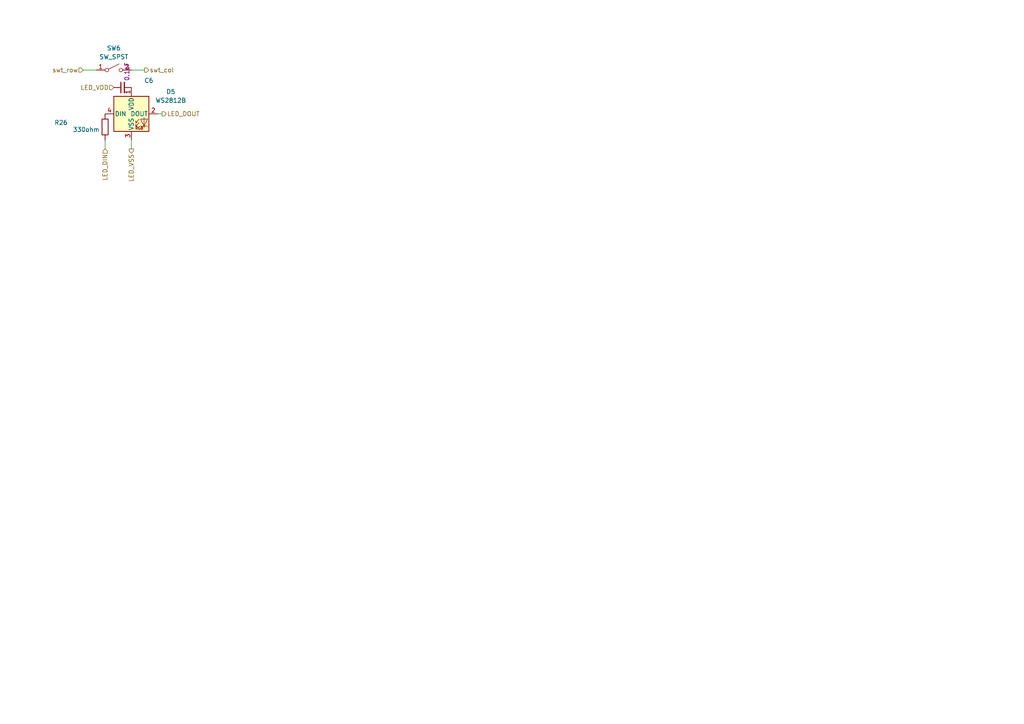
<source format=kicad_sch>
(kicad_sch (version 20250114) (generator "eeschema") (generator_version "9.0")
  (paper "A4")
  (title_block (rev "1 - do not edit connector pin layout.") (company "Henry's Software House"))
  (lib_symbols
    (symbol "LED:WS2812B" (pin_names (offset 0.254))
      (property "Reference" "D" (at 5.08 5.715 0))
      (property "Value" "WS2812B" (at 1.27 -5.715 0))
      (symbol "WS2812B_0_0"
        (text "RGB" (at 2.286 -4.191 0) (effects (font (size 0.762 0.762))))
      )
      (symbol "WS2812B_0_1"
        (polyline (pts (xy 1.27 -2.54) (xy 1.778 -2.54)))
        (polyline (pts (xy 1.27 -3.556) (xy 1.778 -3.556)))
        (polyline (pts (xy 2.286 -1.524) (xy 1.27 -2.54) (xy 1.27 -2.032)))
        (polyline (pts (xy 2.286 -2.54) (xy 1.27 -3.556) (xy 1.27 -3.048)))
        (polyline (pts (xy 3.683 -1.016) (xy 3.683 -3.556) (xy 3.683 -4.064)))
        (polyline (pts (xy 4.699 -1.524) (xy 2.667 -1.524) (xy 3.683 -3.556) (xy 4.699 -1.524)))
        (polyline (pts (xy 4.699 -3.556) (xy 2.667 -3.556)))
        (rectangle (start 5.08 5.08) (end -5.08 -5.08) (stroke (width 0.254)) (fill (type background)))
      )
      (symbol "WS2812B_1_1"
        (pin input line (at -7.62 0 0) (length 2.54) (name "DIN") (number "4"))
        (pin power_in line (at 0 7.62 270) (length 2.54) (name "VDD") (number "1"))
        (pin power_in line (at 0 -7.62 90) (length 2.54) (name "VSS") (number "3"))
        (pin output line (at 7.62 0 180) (length 2.54) (name "DOUT") (number "2"))
      )
    )
    (symbol "PCM_4ms_Capacitor:0.1uF_0603_16V" (pin_numbers (hide yes)) (pin_names (offset 0.254) (hide yes))
      (property "Reference" "C" (at 1.905 1.27 0))
      (property "Display" "0.1uF" (at 1.905 -1.27 0))
      (symbol "0.1uF_0603_16V_0_1"
        (polyline (pts (xy -1.524 0.508) (xy 1.524 0.508)) (stroke (width 0.3048)))
        (polyline (pts (xy -1.524 -0.508) (xy 1.524 -0.508)) (stroke (width 0.3302)))
      )
      (symbol "0.1uF_0603_16V_1_1"
        (pin passive line (at 0 2.54 270) (length 2.032) (name "~") (number "1"))
        (pin passive line (at 0 -2.54 90) (length 2.032) (name "~") (number "2"))
      )
    )
    (symbol "PCM_SL_Resistors:330ohm"
      (property "Reference" "R" (at 0 5.08 0))
      (property "Value" "330ohm" (at 0 2.54 0))
      (symbol "330ohm_0_1"
        (rectangle (start -2.286 0.889) (end 2.286 -0.889) (stroke (width 0.24)))
      )
      (symbol "330ohm_1_1"
        (pin passive line (at -3.81 0 0) (length 1.5) (name "") (number "1"))
        (pin passive line (at 3.81 0 180) (length 1.5) (name "~") (number "2"))
      )
    )
    (symbol "Switch:SW_SPST" (pin_names (offset 0) (hide yes))
      (property "Reference" "SW" (at 0 3.175 0))
      (property "Value" "SW_SPST" (at 0 -2.54 0))
      (symbol "SW_SPST_0_0"
        (circle (center -2.032 0) (radius 0.508))
        (polyline (pts (xy -1.524 0.254) (xy 1.524 1.778)))
        (circle (center 2.032 0) (radius 0.508))
      )
      (symbol "SW_SPST_1_1"
        (pin passive line (at -5.08 0 0) (length 2.54) (name "A") (number "1"))
        (pin passive line (at 5.08 0 180) (length 2.54) (name "B") (number "2"))
      )
    )
  )
  (wire (pts (xy 46.99 33.02) (xy 45.72 33.02)))
  (wire (pts (xy 38.1 43.18) (xy 38.1 40.64)))
  (wire (pts (xy 24.13 20.32) (xy 27.94 20.32)))
  (wire (pts (xy 30.48 43.18) (xy 30.48 40.64)))
  (wire (pts (xy 38.1 20.32) (xy 41.91 20.32)))
  (hierarchical_label "swt_col" (shape output) (at 41.91 20.32 0))
  (hierarchical_label "swt_row" (shape input) (at 24.13 20.32 180))
  (hierarchical_label "LED_VDD" (shape input) (at 33.02 25.4 180))
  (hierarchical_label "LED_DIN" (shape input) (at 30.48 43.18 270))
  (hierarchical_label "LED_DOUT" (shape output) (at 46.99 33.02 0))
  (hierarchical_label "LED_VSS" (shape output) (at 38.1 43.18 270))
  (symbol (lib_id "LED:WS2812B") (at 38.1 33.02 0) (unit 1)
    (property "Reference" "D5" (at 49.53 26.5998 0))
    (property "Value" "WS2812B" (at 49.53 29.1398 0))
    (property "Footprint" "LED_SMD:LED_WS2812B_PLCC4_5.0x5.0mm_P3.2mm" (effects (hide yes)))
    (property "Datasheet" "https://cdn-shop.adafruit.com/datasheets/WS2812B.pdf" (effects (hide yes)))
    (property "Description" "RGB LED with integrated controller" (effects (hide yes)))
    (instances (project "polytonic_greek_keyboard" (path "" (reference "D5") (unit 1)) (path "" (reference "D6") (unit 1)) (path "" (reference "D7") (unit 1)) (path "" (reference "D8") (unit 1))))
  )
  (symbol (lib_id "Switch:SW_SPST") (at 33.02 20.32 0) (unit 1)
    (property "Reference" "SW6" (at 33.02 13.97 0))
    (property "Value" "SW_SPST" (at 33.02 16.51 0))
    (property "Footprint" "Button_Switch_Keyboard:SW_Cherry_MX_1.00u_PCB" (effects (hide yes)))
    (property "Description" "Single Pole Single Throw (SPST) switch" (effects (hide yes)))
    (instances (project "polytonic_greek_keyboard" (path "" (reference "SW6") (unit 1)) (path "" (reference "SW7") (unit 1)) (path "" (reference "SW8") (unit 1)) (path "" (reference "SW9") (unit 1))))
  )
  (symbol (lib_id "PCM_4ms_Capacitor:0.1uF_0603_16V") (at 35.56 25.4 90) (unit 1)
    (property "Reference" "C6" (at 43.18 23.368 90))
    (property "Value" "0.1uF_0603_16V" (effects (hide yes)))
    (property "Footprint" "Capacitor_SMD:C_0201_0603Metric_Pad0.64x0.40mm_HandSolder" (effects (hide yes)))
    (property "Description" "0.1uF, Min. 16V 10%, X7R or X5R or similar" (effects (hide yes)))
    (property "Specifications" "0.1uF, Min. 16V 10%, X7R or X5R or similar" (effects (hide yes)))
    (property "Manufacturer" "AVX Corporation" (effects (hide yes)))
    (property "Part Number" "0603YC104KAT2A" (effects (hide yes)))
    (property "Display" "0.1uF" (at 36.83 23.495 0) (effects (justify left)))
    (property "JLCPCB ID" "C14663" (effects (hide yes)))
    (instances (project "polytonic_greek_keyboard" (path "" (reference "C6") (unit 1)) (path "" (reference "C7") (unit 1)) (path "" (reference "C8") (unit 1)) (path "" (reference "C9") (unit 1))))
  )
  (symbol (lib_id "PCM_SL_Resistors:330ohm") (at 30.48 36.83 270) (unit 1)
    (property "Reference" "R26" (at 15.748 35.56 90) (effects (justify left)))
    (property "Value" "330ohm" (at 21.082 37.592 90) (effects (justify left)))
    (property "Footprint" "Resistor_THT:R_Axial_DIN0207_L6.3mm_D2.5mm_P10.16mm_Horizontal" (effects (hide yes)))
    (property "Description" "330Ω, 1/4W Resistor" (effects (hide yes)))
    (instances (project "polytonic_greek_keyboard" (path "" (reference "R26") (unit 1)) (path "" (reference "R27") (unit 1)) (path "" (reference "R28") (unit 1)) (path "" (reference "R29") (unit 1))))
  )
)
</source>
